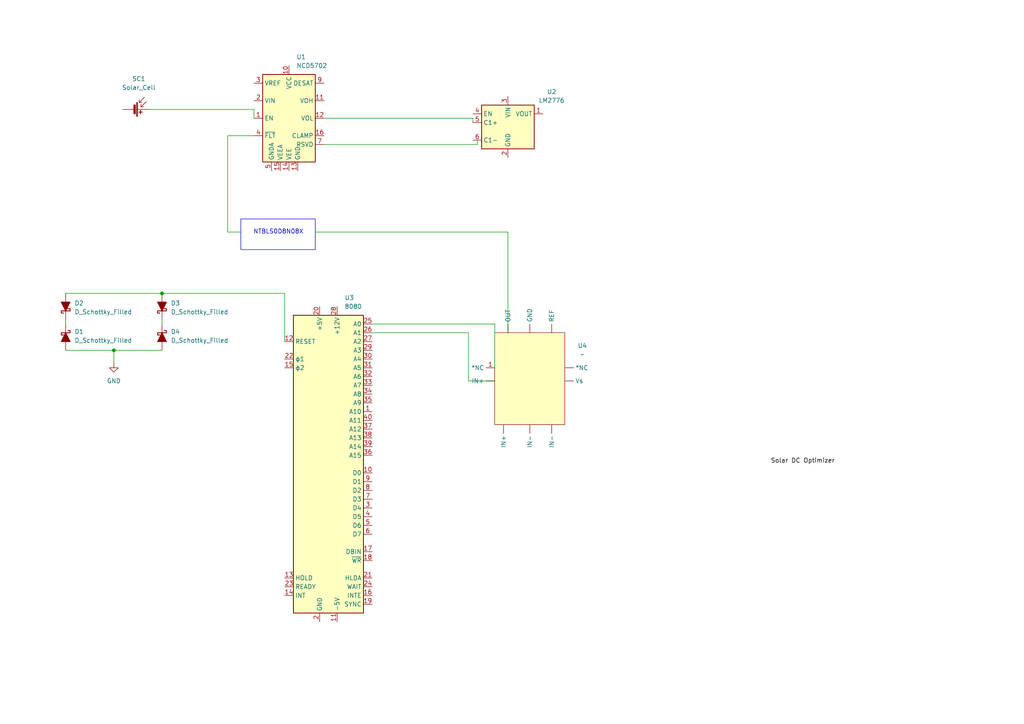
<source format=kicad_sch>
(kicad_sch
	(version 20250114)
	(generator "eeschema")
	(generator_version "9.0")
	(uuid "18846370-d636-4fd7-92b9-479eee02560a")
	(paper "A4")
	(lib_symbols
		(symbol "Cobot_components:NCS211R"
			(exclude_from_sim no)
			(in_bom yes)
			(on_board yes)
			(property "Reference" "U"
				(at 0 0 0)
				(effects
					(font
						(size 1.27 1.27)
					)
				)
			)
			(property "Value" ""
				(at 0 0 0)
				(effects
					(font
						(size 1.27 1.27)
					)
				)
			)
			(property "Footprint" ""
				(at 0 0 0)
				(effects
					(font
						(size 1.27 1.27)
					)
					(hide yes)
				)
			)
			(property "Datasheet" ""
				(at 0 0 0)
				(effects
					(font
						(size 1.27 1.27)
					)
					(hide yes)
				)
			)
			(property "Description" ""
				(at 0 0 0)
				(effects
					(font
						(size 1.27 1.27)
					)
					(hide yes)
				)
			)
			(symbol "NCS211R_1_1"
				(rectangle
					(start -10.16 -11.43)
					(end 10.16 -38.1)
					(stroke
						(width 0)
						(type solid)
					)
					(fill
						(type background)
					)
				)
				(pin input line
					(at -10.16 -21.59 180)
					(length 2.54)
					(name "*NC"
						(effects
							(font
								(size 1.27 1.27)
							)
						)
					)
					(number "1"
						(effects
							(font
								(size 1.27 1.27)
							)
						)
					)
				)
				(pin input line
					(at -10.16 -25.4 180)
					(length 2.54)
					(name "IN+"
						(effects
							(font
								(size 1.27 1.27)
							)
						)
					)
					(number ""
						(effects
							(font
								(size 1.27 1.27)
							)
						)
					)
				)
				(pin input line
					(at -7.62 -38.1 270)
					(length 2.54)
					(name "IN+"
						(effects
							(font
								(size 1.27 1.27)
							)
						)
					)
					(number ""
						(effects
							(font
								(size 1.27 1.27)
							)
						)
					)
				)
				(pin input line
					(at -6.35 -11.43 90)
					(length 2.54)
					(name "OUT"
						(effects
							(font
								(size 1.27 1.27)
							)
						)
					)
					(number ""
						(effects
							(font
								(size 1.27 1.27)
							)
						)
					)
				)
				(pin input line
					(at 0 -11.43 90)
					(length 2.54)
					(name "GND"
						(effects
							(font
								(size 1.27 1.27)
							)
						)
					)
					(number ""
						(effects
							(font
								(size 1.27 1.27)
							)
						)
					)
				)
				(pin input line
					(at 0 -38.1 270)
					(length 2.54)
					(name "IN-"
						(effects
							(font
								(size 1.27 1.27)
							)
						)
					)
					(number ""
						(effects
							(font
								(size 1.27 1.27)
							)
						)
					)
				)
				(pin input line
					(at 6.35 -11.43 90)
					(length 2.54)
					(name "REF"
						(effects
							(font
								(size 1.27 1.27)
							)
						)
					)
					(number ""
						(effects
							(font
								(size 1.27 1.27)
							)
						)
					)
				)
				(pin input line
					(at 6.35 -38.1 270)
					(length 2.54)
					(name "IN-"
						(effects
							(font
								(size 1.27 1.27)
							)
						)
					)
					(number ""
						(effects
							(font
								(size 1.27 1.27)
							)
						)
					)
				)
				(pin input line
					(at 10.16 -21.59 0)
					(length 2.54)
					(name "*NC"
						(effects
							(font
								(size 1.27 1.27)
							)
						)
					)
					(number ""
						(effects
							(font
								(size 1.27 1.27)
							)
						)
					)
				)
				(pin input line
					(at 10.16 -25.4 0)
					(length 2.54)
					(name "Vs"
						(effects
							(font
								(size 1.27 1.27)
							)
						)
					)
					(number ""
						(effects
							(font
								(size 1.27 1.27)
							)
						)
					)
				)
			)
			(embedded_fonts no)
		)
		(symbol "Device:D_Schottky_Filled"
			(pin_numbers
				(hide yes)
			)
			(pin_names
				(offset 1.016)
				(hide yes)
			)
			(exclude_from_sim no)
			(in_bom yes)
			(on_board yes)
			(property "Reference" "D"
				(at 0 2.54 0)
				(effects
					(font
						(size 1.27 1.27)
					)
				)
			)
			(property "Value" "D_Schottky_Filled"
				(at 0 -2.54 0)
				(effects
					(font
						(size 1.27 1.27)
					)
				)
			)
			(property "Footprint" ""
				(at 0 0 0)
				(effects
					(font
						(size 1.27 1.27)
					)
					(hide yes)
				)
			)
			(property "Datasheet" "~"
				(at 0 0 0)
				(effects
					(font
						(size 1.27 1.27)
					)
					(hide yes)
				)
			)
			(property "Description" "Schottky diode, filled shape"
				(at 0 0 0)
				(effects
					(font
						(size 1.27 1.27)
					)
					(hide yes)
				)
			)
			(property "ki_keywords" "diode Schottky"
				(at 0 0 0)
				(effects
					(font
						(size 1.27 1.27)
					)
					(hide yes)
				)
			)
			(property "ki_fp_filters" "TO-???* *_Diode_* *SingleDiode* D_*"
				(at 0 0 0)
				(effects
					(font
						(size 1.27 1.27)
					)
					(hide yes)
				)
			)
			(symbol "D_Schottky_Filled_0_1"
				(polyline
					(pts
						(xy -1.905 0.635) (xy -1.905 1.27) (xy -1.27 1.27) (xy -1.27 -1.27) (xy -0.635 -1.27) (xy -0.635 -0.635)
					)
					(stroke
						(width 0.254)
						(type default)
					)
					(fill
						(type none)
					)
				)
				(polyline
					(pts
						(xy 1.27 1.27) (xy 1.27 -1.27) (xy -1.27 0) (xy 1.27 1.27)
					)
					(stroke
						(width 0.254)
						(type default)
					)
					(fill
						(type outline)
					)
				)
				(polyline
					(pts
						(xy 1.27 0) (xy -1.27 0)
					)
					(stroke
						(width 0)
						(type default)
					)
					(fill
						(type none)
					)
				)
			)
			(symbol "D_Schottky_Filled_1_1"
				(pin passive line
					(at -3.81 0 0)
					(length 2.54)
					(name "K"
						(effects
							(font
								(size 1.27 1.27)
							)
						)
					)
					(number "1"
						(effects
							(font
								(size 1.27 1.27)
							)
						)
					)
				)
				(pin passive line
					(at 3.81 0 180)
					(length 2.54)
					(name "A"
						(effects
							(font
								(size 1.27 1.27)
							)
						)
					)
					(number "2"
						(effects
							(font
								(size 1.27 1.27)
							)
						)
					)
				)
			)
			(embedded_fonts no)
		)
		(symbol "Device:Solar_Cell"
			(pin_numbers
				(hide yes)
			)
			(pin_names
				(offset 0)
				(hide yes)
			)
			(exclude_from_sim no)
			(in_bom yes)
			(on_board yes)
			(property "Reference" "SC"
				(at 2.54 2.54 0)
				(effects
					(font
						(size 1.27 1.27)
					)
					(justify left)
				)
			)
			(property "Value" "Solar_Cell"
				(at 2.54 0 0)
				(effects
					(font
						(size 1.27 1.27)
					)
					(justify left)
				)
			)
			(property "Footprint" ""
				(at 0 1.524 90)
				(effects
					(font
						(size 1.27 1.27)
					)
					(hide yes)
				)
			)
			(property "Datasheet" "~"
				(at 0 1.524 90)
				(effects
					(font
						(size 1.27 1.27)
					)
					(hide yes)
				)
			)
			(property "Description" "Single solar cell"
				(at 0 0 0)
				(effects
					(font
						(size 1.27 1.27)
					)
					(hide yes)
				)
			)
			(property "ki_keywords" "solar cell"
				(at 0 0 0)
				(effects
					(font
						(size 1.27 1.27)
					)
					(hide yes)
				)
			)
			(symbol "Solar_Cell_0_1"
				(polyline
					(pts
						(xy -2.032 3.048) (xy -2.032 2.286) (xy -2.794 2.286)
					)
					(stroke
						(width 0)
						(type default)
					)
					(fill
						(type none)
					)
				)
				(polyline
					(pts
						(xy -2.032 2.286) (xy -3.556 3.81)
					)
					(stroke
						(width 0)
						(type default)
					)
					(fill
						(type none)
					)
				)
				(rectangle
					(start -2.032 1.778)
					(end 2.032 1.524)
					(stroke
						(width 0)
						(type default)
					)
					(fill
						(type outline)
					)
				)
				(rectangle
					(start -1.3208 1.1938)
					(end 1.27 0.6858)
					(stroke
						(width 0)
						(type default)
					)
					(fill
						(type outline)
					)
				)
				(polyline
					(pts
						(xy -0.762 3.556) (xy -0.762 2.794) (xy -1.524 2.794)
					)
					(stroke
						(width 0)
						(type default)
					)
					(fill
						(type none)
					)
				)
				(polyline
					(pts
						(xy -0.762 2.794) (xy -2.286 4.318)
					)
					(stroke
						(width 0)
						(type default)
					)
					(fill
						(type none)
					)
				)
				(polyline
					(pts
						(xy 0 1.778) (xy 0 2.54)
					)
					(stroke
						(width 0)
						(type default)
					)
					(fill
						(type none)
					)
				)
				(polyline
					(pts
						(xy 0 0.762) (xy 0 0)
					)
					(stroke
						(width 0)
						(type default)
					)
					(fill
						(type none)
					)
				)
				(polyline
					(pts
						(xy 0.254 2.667) (xy 1.27 2.667)
					)
					(stroke
						(width 0.254)
						(type default)
					)
					(fill
						(type none)
					)
				)
				(polyline
					(pts
						(xy 0.762 3.175) (xy 0.762 2.159)
					)
					(stroke
						(width 0.254)
						(type default)
					)
					(fill
						(type none)
					)
				)
			)
			(symbol "Solar_Cell_1_1"
				(pin passive line
					(at 0 5.08 270)
					(length 2.54)
					(name "+"
						(effects
							(font
								(size 1.27 1.27)
							)
						)
					)
					(number "1"
						(effects
							(font
								(size 1.27 1.27)
							)
						)
					)
				)
				(pin passive line
					(at 0 -2.54 90)
					(length 2.54)
					(name "-"
						(effects
							(font
								(size 1.27 1.27)
							)
						)
					)
					(number "2"
						(effects
							(font
								(size 1.27 1.27)
							)
						)
					)
				)
			)
			(embedded_fonts no)
		)
		(symbol "Driver_FET:NCD5702"
			(exclude_from_sim no)
			(in_bom yes)
			(on_board yes)
			(property "Reference" "U"
				(at -5.08 13.97 0)
				(effects
					(font
						(size 1.27 1.27)
					)
					(justify right)
				)
			)
			(property "Value" "NCD5702"
				(at 1.27 13.97 0)
				(effects
					(font
						(size 1.27 1.27)
					)
					(justify left)
				)
			)
			(property "Footprint" "Package_SO:SOIC-16_3.9x9.9mm_P1.27mm"
				(at 0 0 0)
				(effects
					(font
						(size 1.27 1.27)
					)
					(hide yes)
				)
			)
			(property "Datasheet" "https://www.onsemi.com/pub/Collateral/NCD5702-D.PDF"
				(at 0 2.54 0)
				(effects
					(font
						(size 1.27 1.27)
					)
					(hide yes)
				)
			)
			(property "Description" "High Current IGBT Gate, +4/-6A, SOIC-16"
				(at 0 0 0)
				(effects
					(font
						(size 1.27 1.27)
					)
					(hide yes)
				)
			)
			(property "ki_keywords" "igbt gate driver"
				(at 0 0 0)
				(effects
					(font
						(size 1.27 1.27)
					)
					(hide yes)
				)
			)
			(property "ki_fp_filters" "SOIC*3.9x9.9*P1.27mm*"
				(at 0 0 0)
				(effects
					(font
						(size 1.27 1.27)
					)
					(hide yes)
				)
			)
			(symbol "NCD5702_0_1"
				(rectangle
					(start -7.62 12.7)
					(end 7.62 -12.7)
					(stroke
						(width 0.254)
						(type default)
					)
					(fill
						(type background)
					)
				)
			)
			(symbol "NCD5702_1_1"
				(pin power_out line
					(at -10.16 10.16 0)
					(length 2.54)
					(name "VREF"
						(effects
							(font
								(size 1.27 1.27)
							)
						)
					)
					(number "3"
						(effects
							(font
								(size 1.27 1.27)
							)
						)
					)
				)
				(pin input line
					(at -10.16 5.08 0)
					(length 2.54)
					(name "VIN"
						(effects
							(font
								(size 1.27 1.27)
							)
						)
					)
					(number "2"
						(effects
							(font
								(size 1.27 1.27)
							)
						)
					)
				)
				(pin input line
					(at -10.16 0 0)
					(length 2.54)
					(name "EN"
						(effects
							(font
								(size 1.27 1.27)
							)
						)
					)
					(number "1"
						(effects
							(font
								(size 1.27 1.27)
							)
						)
					)
				)
				(pin open_collector line
					(at -10.16 -5.08 0)
					(length 2.54)
					(name "~{FLT}"
						(effects
							(font
								(size 1.27 1.27)
							)
						)
					)
					(number "4"
						(effects
							(font
								(size 1.27 1.27)
							)
						)
					)
				)
				(pin no_connect line
					(at -7.62 7.62 0)
					(length 2.54)
					(hide yes)
					(name "NC"
						(effects
							(font
								(size 1.27 1.27)
							)
						)
					)
					(number "6"
						(effects
							(font
								(size 1.27 1.27)
							)
						)
					)
				)
				(pin no_connect line
					(at -7.62 2.54 0)
					(length 2.54)
					(hide yes)
					(name "NC"
						(effects
							(font
								(size 1.27 1.27)
							)
						)
					)
					(number "8"
						(effects
							(font
								(size 1.27 1.27)
							)
						)
					)
				)
				(pin power_in line
					(at -5.08 -15.24 90)
					(length 2.54)
					(name "GNDA"
						(effects
							(font
								(size 1.27 1.27)
							)
						)
					)
					(number "5"
						(effects
							(font
								(size 1.27 1.27)
							)
						)
					)
				)
				(pin power_in line
					(at -2.54 -15.24 90)
					(length 2.54)
					(name "VEEA"
						(effects
							(font
								(size 1.27 1.27)
							)
						)
					)
					(number "15"
						(effects
							(font
								(size 1.27 1.27)
							)
						)
					)
				)
				(pin power_in line
					(at 0 15.24 270)
					(length 2.54)
					(name "VCC"
						(effects
							(font
								(size 1.27 1.27)
							)
						)
					)
					(number "10"
						(effects
							(font
								(size 1.27 1.27)
							)
						)
					)
				)
				(pin power_in line
					(at 0 -15.24 90)
					(length 2.54)
					(name "VEE"
						(effects
							(font
								(size 1.27 1.27)
							)
						)
					)
					(number "14"
						(effects
							(font
								(size 1.27 1.27)
							)
						)
					)
				)
				(pin power_in line
					(at 2.54 -15.24 90)
					(length 2.54)
					(name "GND"
						(effects
							(font
								(size 1.27 1.27)
							)
						)
					)
					(number "13"
						(effects
							(font
								(size 1.27 1.27)
							)
						)
					)
				)
				(pin input line
					(at 10.16 10.16 180)
					(length 2.54)
					(name "DESAT"
						(effects
							(font
								(size 1.27 1.27)
							)
						)
					)
					(number "9"
						(effects
							(font
								(size 1.27 1.27)
							)
						)
					)
				)
				(pin open_emitter line
					(at 10.16 5.08 180)
					(length 2.54)
					(name "VOH"
						(effects
							(font
								(size 1.27 1.27)
							)
						)
					)
					(number "11"
						(effects
							(font
								(size 1.27 1.27)
							)
						)
					)
				)
				(pin open_collector line
					(at 10.16 0 180)
					(length 2.54)
					(name "VOL"
						(effects
							(font
								(size 1.27 1.27)
							)
						)
					)
					(number "12"
						(effects
							(font
								(size 1.27 1.27)
							)
						)
					)
				)
				(pin open_collector line
					(at 10.16 -5.08 180)
					(length 2.54)
					(name "CLAMP"
						(effects
							(font
								(size 1.27 1.27)
							)
						)
					)
					(number "16"
						(effects
							(font
								(size 1.27 1.27)
							)
						)
					)
				)
				(pin passive line
					(at 10.16 -7.62 180)
					(length 2.54)
					(name "RSVD"
						(effects
							(font
								(size 1.27 1.27)
							)
						)
					)
					(number "7"
						(effects
							(font
								(size 1.27 1.27)
							)
						)
					)
				)
			)
			(embedded_fonts no)
		)
		(symbol "MCU_Intel:8080"
			(exclude_from_sim no)
			(in_bom yes)
			(on_board yes)
			(property "Reference" "U"
				(at -7.62 44.45 0)
				(effects
					(font
						(size 1.27 1.27)
					)
				)
			)
			(property "Value" "8080"
				(at 7.62 44.45 0)
				(effects
					(font
						(size 1.27 1.27)
					)
				)
			)
			(property "Footprint" "Package_DIP:DIP-40_W15.24mm"
				(at 0 15.24 0)
				(effects
					(font
						(size 1.27 1.27)
					)
					(hide yes)
				)
			)
			(property "Datasheet" "http://datasheets.chipdb.org/Intel/MCS-80/intel-8080.pdf"
				(at 0 15.24 0)
				(effects
					(font
						(size 1.27 1.27)
					)
					(hide yes)
				)
			)
			(property "Description" "8-bit N-channel Microprocessor, DIP-40"
				(at 0 0 0)
				(effects
					(font
						(size 1.27 1.27)
					)
					(hide yes)
				)
			)
			(property "ki_keywords" "cpu mpu microprocessor"
				(at 0 0 0)
				(effects
					(font
						(size 1.27 1.27)
					)
					(hide yes)
				)
			)
			(property "ki_fp_filters" "DIP*W15.24*"
				(at 0 0 0)
				(effects
					(font
						(size 1.27 1.27)
					)
					(hide yes)
				)
			)
			(symbol "8080_0_1"
				(rectangle
					(start -10.16 43.18)
					(end 10.16 -43.18)
					(stroke
						(width 0.254)
						(type default)
					)
					(fill
						(type background)
					)
				)
			)
			(symbol "8080_1_1"
				(pin input line
					(at -12.7 35.56 0)
					(length 2.54)
					(name "RESET"
						(effects
							(font
								(size 1.27 1.27)
							)
						)
					)
					(number "12"
						(effects
							(font
								(size 1.27 1.27)
							)
						)
					)
				)
				(pin input line
					(at -12.7 30.48 0)
					(length 2.54)
					(name "ϕ1"
						(effects
							(font
								(size 1.27 1.27)
							)
						)
					)
					(number "22"
						(effects
							(font
								(size 1.27 1.27)
							)
						)
					)
				)
				(pin input line
					(at -12.7 27.94 0)
					(length 2.54)
					(name "ϕ2"
						(effects
							(font
								(size 1.27 1.27)
							)
						)
					)
					(number "15"
						(effects
							(font
								(size 1.27 1.27)
							)
						)
					)
				)
				(pin input line
					(at -12.7 -33.02 0)
					(length 2.54)
					(name "HOLD"
						(effects
							(font
								(size 1.27 1.27)
							)
						)
					)
					(number "13"
						(effects
							(font
								(size 1.27 1.27)
							)
						)
					)
				)
				(pin input line
					(at -12.7 -35.56 0)
					(length 2.54)
					(name "READY"
						(effects
							(font
								(size 1.27 1.27)
							)
						)
					)
					(number "23"
						(effects
							(font
								(size 1.27 1.27)
							)
						)
					)
				)
				(pin input line
					(at -12.7 -38.1 0)
					(length 2.54)
					(name "INT"
						(effects
							(font
								(size 1.27 1.27)
							)
						)
					)
					(number "14"
						(effects
							(font
								(size 1.27 1.27)
							)
						)
					)
				)
				(pin power_in line
					(at -2.54 45.72 270)
					(length 2.54)
					(name "+5V"
						(effects
							(font
								(size 1.27 1.27)
							)
						)
					)
					(number "20"
						(effects
							(font
								(size 1.27 1.27)
							)
						)
					)
				)
				(pin power_in line
					(at -2.54 -45.72 90)
					(length 2.54)
					(name "GND"
						(effects
							(font
								(size 1.27 1.27)
							)
						)
					)
					(number "2"
						(effects
							(font
								(size 1.27 1.27)
							)
						)
					)
				)
				(pin power_in line
					(at 2.54 45.72 270)
					(length 2.54)
					(name "+12V"
						(effects
							(font
								(size 1.27 1.27)
							)
						)
					)
					(number "28"
						(effects
							(font
								(size 1.27 1.27)
							)
						)
					)
				)
				(pin power_in line
					(at 2.54 -45.72 90)
					(length 2.54)
					(name "-5V"
						(effects
							(font
								(size 1.27 1.27)
							)
						)
					)
					(number "11"
						(effects
							(font
								(size 1.27 1.27)
							)
						)
					)
				)
				(pin output line
					(at 12.7 40.64 180)
					(length 2.54)
					(name "A0"
						(effects
							(font
								(size 1.27 1.27)
							)
						)
					)
					(number "25"
						(effects
							(font
								(size 1.27 1.27)
							)
						)
					)
				)
				(pin output line
					(at 12.7 38.1 180)
					(length 2.54)
					(name "A1"
						(effects
							(font
								(size 1.27 1.27)
							)
						)
					)
					(number "26"
						(effects
							(font
								(size 1.27 1.27)
							)
						)
					)
				)
				(pin output line
					(at 12.7 35.56 180)
					(length 2.54)
					(name "A2"
						(effects
							(font
								(size 1.27 1.27)
							)
						)
					)
					(number "27"
						(effects
							(font
								(size 1.27 1.27)
							)
						)
					)
				)
				(pin output line
					(at 12.7 33.02 180)
					(length 2.54)
					(name "A3"
						(effects
							(font
								(size 1.27 1.27)
							)
						)
					)
					(number "29"
						(effects
							(font
								(size 1.27 1.27)
							)
						)
					)
				)
				(pin output line
					(at 12.7 30.48 180)
					(length 2.54)
					(name "A4"
						(effects
							(font
								(size 1.27 1.27)
							)
						)
					)
					(number "30"
						(effects
							(font
								(size 1.27 1.27)
							)
						)
					)
				)
				(pin output line
					(at 12.7 27.94 180)
					(length 2.54)
					(name "A5"
						(effects
							(font
								(size 1.27 1.27)
							)
						)
					)
					(number "31"
						(effects
							(font
								(size 1.27 1.27)
							)
						)
					)
				)
				(pin output line
					(at 12.7 25.4 180)
					(length 2.54)
					(name "A6"
						(effects
							(font
								(size 1.27 1.27)
							)
						)
					)
					(number "32"
						(effects
							(font
								(size 1.27 1.27)
							)
						)
					)
				)
				(pin output line
					(at 12.7 22.86 180)
					(length 2.54)
					(name "A7"
						(effects
							(font
								(size 1.27 1.27)
							)
						)
					)
					(number "33"
						(effects
							(font
								(size 1.27 1.27)
							)
						)
					)
				)
				(pin output line
					(at 12.7 20.32 180)
					(length 2.54)
					(name "A8"
						(effects
							(font
								(size 1.27 1.27)
							)
						)
					)
					(number "34"
						(effects
							(font
								(size 1.27 1.27)
							)
						)
					)
				)
				(pin output line
					(at 12.7 17.78 180)
					(length 2.54)
					(name "A9"
						(effects
							(font
								(size 1.27 1.27)
							)
						)
					)
					(number "35"
						(effects
							(font
								(size 1.27 1.27)
							)
						)
					)
				)
				(pin output line
					(at 12.7 15.24 180)
					(length 2.54)
					(name "A10"
						(effects
							(font
								(size 1.27 1.27)
							)
						)
					)
					(number "1"
						(effects
							(font
								(size 1.27 1.27)
							)
						)
					)
				)
				(pin output line
					(at 12.7 12.7 180)
					(length 2.54)
					(name "A11"
						(effects
							(font
								(size 1.27 1.27)
							)
						)
					)
					(number "40"
						(effects
							(font
								(size 1.27 1.27)
							)
						)
					)
				)
				(pin output line
					(at 12.7 10.16 180)
					(length 2.54)
					(name "A12"
						(effects
							(font
								(size 1.27 1.27)
							)
						)
					)
					(number "37"
						(effects
							(font
								(size 1.27 1.27)
							)
						)
					)
				)
				(pin output line
					(at 12.7 7.62 180)
					(length 2.54)
					(name "A13"
						(effects
							(font
								(size 1.27 1.27)
							)
						)
					)
					(number "38"
						(effects
							(font
								(size 1.27 1.27)
							)
						)
					)
				)
				(pin output line
					(at 12.7 5.08 180)
					(length 2.54)
					(name "A14"
						(effects
							(font
								(size 1.27 1.27)
							)
						)
					)
					(number "39"
						(effects
							(font
								(size 1.27 1.27)
							)
						)
					)
				)
				(pin output line
					(at 12.7 2.54 180)
					(length 2.54)
					(name "A15"
						(effects
							(font
								(size 1.27 1.27)
							)
						)
					)
					(number "36"
						(effects
							(font
								(size 1.27 1.27)
							)
						)
					)
				)
				(pin bidirectional line
					(at 12.7 -2.54 180)
					(length 2.54)
					(name "D0"
						(effects
							(font
								(size 1.27 1.27)
							)
						)
					)
					(number "10"
						(effects
							(font
								(size 1.27 1.27)
							)
						)
					)
				)
				(pin bidirectional line
					(at 12.7 -5.08 180)
					(length 2.54)
					(name "D1"
						(effects
							(font
								(size 1.27 1.27)
							)
						)
					)
					(number "9"
						(effects
							(font
								(size 1.27 1.27)
							)
						)
					)
				)
				(pin bidirectional line
					(at 12.7 -7.62 180)
					(length 2.54)
					(name "D2"
						(effects
							(font
								(size 1.27 1.27)
							)
						)
					)
					(number "8"
						(effects
							(font
								(size 1.27 1.27)
							)
						)
					)
				)
				(pin bidirectional line
					(at 12.7 -10.16 180)
					(length 2.54)
					(name "D3"
						(effects
							(font
								(size 1.27 1.27)
							)
						)
					)
					(number "7"
						(effects
							(font
								(size 1.27 1.27)
							)
						)
					)
				)
				(pin bidirectional line
					(at 12.7 -12.7 180)
					(length 2.54)
					(name "D4"
						(effects
							(font
								(size 1.27 1.27)
							)
						)
					)
					(number "3"
						(effects
							(font
								(size 1.27 1.27)
							)
						)
					)
				)
				(pin bidirectional line
					(at 12.7 -15.24 180)
					(length 2.54)
					(name "D5"
						(effects
							(font
								(size 1.27 1.27)
							)
						)
					)
					(number "4"
						(effects
							(font
								(size 1.27 1.27)
							)
						)
					)
				)
				(pin bidirectional line
					(at 12.7 -17.78 180)
					(length 2.54)
					(name "D6"
						(effects
							(font
								(size 1.27 1.27)
							)
						)
					)
					(number "5"
						(effects
							(font
								(size 1.27 1.27)
							)
						)
					)
				)
				(pin bidirectional line
					(at 12.7 -20.32 180)
					(length 2.54)
					(name "D7"
						(effects
							(font
								(size 1.27 1.27)
							)
						)
					)
					(number "6"
						(effects
							(font
								(size 1.27 1.27)
							)
						)
					)
				)
				(pin output line
					(at 12.7 -25.4 180)
					(length 2.54)
					(name "DBIN"
						(effects
							(font
								(size 1.27 1.27)
							)
						)
					)
					(number "17"
						(effects
							(font
								(size 1.27 1.27)
							)
						)
					)
				)
				(pin output line
					(at 12.7 -27.94 180)
					(length 2.54)
					(name "~{WR}"
						(effects
							(font
								(size 1.27 1.27)
							)
						)
					)
					(number "18"
						(effects
							(font
								(size 1.27 1.27)
							)
						)
					)
				)
				(pin output line
					(at 12.7 -33.02 180)
					(length 2.54)
					(name "HLDA"
						(effects
							(font
								(size 1.27 1.27)
							)
						)
					)
					(number "21"
						(effects
							(font
								(size 1.27 1.27)
							)
						)
					)
				)
				(pin output line
					(at 12.7 -35.56 180)
					(length 2.54)
					(name "WAIT"
						(effects
							(font
								(size 1.27 1.27)
							)
						)
					)
					(number "24"
						(effects
							(font
								(size 1.27 1.27)
							)
						)
					)
				)
				(pin output line
					(at 12.7 -38.1 180)
					(length 2.54)
					(name "INTE"
						(effects
							(font
								(size 1.27 1.27)
							)
						)
					)
					(number "16"
						(effects
							(font
								(size 1.27 1.27)
							)
						)
					)
				)
				(pin output line
					(at 12.7 -40.64 180)
					(length 2.54)
					(name "SYNC"
						(effects
							(font
								(size 1.27 1.27)
							)
						)
					)
					(number "19"
						(effects
							(font
								(size 1.27 1.27)
							)
						)
					)
				)
			)
			(embedded_fonts no)
		)
		(symbol "NCS211R_1"
			(exclude_from_sim no)
			(in_bom yes)
			(on_board yes)
			(property "Reference" "U"
				(at 0 0 0)
				(effects
					(font
						(size 1.27 1.27)
					)
				)
			)
			(property "Value" ""
				(at 0 0 0)
				(effects
					(font
						(size 1.27 1.27)
					)
				)
			)
			(property "Footprint" ""
				(at 0 0 0)
				(effects
					(font
						(size 1.27 1.27)
					)
					(hide yes)
				)
			)
			(property "Datasheet" ""
				(at 0 0 0)
				(effects
					(font
						(size 1.27 1.27)
					)
					(hide yes)
				)
			)
			(property "Description" ""
				(at 0 0 0)
				(effects
					(font
						(size 1.27 1.27)
					)
					(hide yes)
				)
			)
			(symbol "NCS211R_1_1_1"
				(rectangle
					(start -10.16 -11.43)
					(end 10.16 -38.1)
					(stroke
						(width 0)
						(type solid)
					)
					(fill
						(type background)
					)
				)
				(pin input line
					(at -10.16 -21.59 180)
					(length 2.54)
					(name "*NC"
						(effects
							(font
								(size 1.27 1.27)
							)
						)
					)
					(number "1"
						(effects
							(font
								(size 1.27 1.27)
							)
						)
					)
				)
				(pin input line
					(at -10.16 -25.4 180)
					(length 2.54)
					(name "IN+"
						(effects
							(font
								(size 1.27 1.27)
							)
						)
					)
					(number ""
						(effects
							(font
								(size 1.27 1.27)
							)
						)
					)
				)
				(pin input line
					(at -7.62 -38.1 270)
					(length 2.54)
					(name "IN+"
						(effects
							(font
								(size 1.27 1.27)
							)
						)
					)
					(number ""
						(effects
							(font
								(size 1.27 1.27)
							)
						)
					)
				)
				(pin input line
					(at -6.35 -11.43 90)
					(length 2.54)
					(name "OUT"
						(effects
							(font
								(size 1.27 1.27)
							)
						)
					)
					(number ""
						(effects
							(font
								(size 1.27 1.27)
							)
						)
					)
				)
				(pin input line
					(at 0 -11.43 90)
					(length 2.54)
					(name "GND"
						(effects
							(font
								(size 1.27 1.27)
							)
						)
					)
					(number ""
						(effects
							(font
								(size 1.27 1.27)
							)
						)
					)
				)
				(pin input line
					(at 0 -38.1 270)
					(length 2.54)
					(name "IN-"
						(effects
							(font
								(size 1.27 1.27)
							)
						)
					)
					(number ""
						(effects
							(font
								(size 1.27 1.27)
							)
						)
					)
				)
				(pin input line
					(at 6.35 -11.43 90)
					(length 2.54)
					(name "REF"
						(effects
							(font
								(size 1.27 1.27)
							)
						)
					)
					(number ""
						(effects
							(font
								(size 1.27 1.27)
							)
						)
					)
				)
				(pin input line
					(at 6.35 -38.1 270)
					(length 2.54)
					(name "IN-"
						(effects
							(font
								(size 1.27 1.27)
							)
						)
					)
					(number ""
						(effects
							(font
								(size 1.27 1.27)
							)
						)
					)
				)
				(pin input line
					(at 10.16 -21.59 0)
					(length 2.54)
					(name "*NC"
						(effects
							(font
								(size 1.27 1.27)
							)
						)
					)
					(number ""
						(effects
							(font
								(size 1.27 1.27)
							)
						)
					)
				)
				(pin input line
					(at 10.16 -25.4 0)
					(length 2.54)
					(name "Vs"
						(effects
							(font
								(size 1.27 1.27)
							)
						)
					)
					(number ""
						(effects
							(font
								(size 1.27 1.27)
							)
						)
					)
				)
			)
			(embedded_fonts no)
		)
		(symbol "Regulator_SwitchedCapacitor:LM2776"
			(exclude_from_sim no)
			(in_bom yes)
			(on_board yes)
			(property "Reference" "U"
				(at -6.35 6.35 0)
				(effects
					(font
						(size 1.27 1.27)
					)
				)
			)
			(property "Value" "LM2776"
				(at 1.27 6.35 0)
				(effects
					(font
						(size 1.27 1.27)
					)
					(justify left)
				)
			)
			(property "Footprint" "Package_TO_SOT_SMD:SOT-23-6"
				(at 1.27 -8.89 0)
				(effects
					(font
						(size 1.27 1.27)
					)
					(justify left)
					(hide yes)
				)
			)
			(property "Datasheet" "http://www.ti.com/lit/ds/symlink/lm2776.pdf"
				(at -46.99 31.75 0)
				(effects
					(font
						(size 1.27 1.27)
					)
					(hide yes)
				)
			)
			(property "Description" "Switched capacitor inverter, inverts positive voltage +2.7 to +5.5V to negative, 200mA, SOT-23-6"
				(at 0 0 0)
				(effects
					(font
						(size 1.27 1.27)
					)
					(hide yes)
				)
			)
			(property "ki_keywords" "Switched capacitor inverter"
				(at 0 0 0)
				(effects
					(font
						(size 1.27 1.27)
					)
					(hide yes)
				)
			)
			(property "ki_fp_filters" "SOT?23*"
				(at 0 0 0)
				(effects
					(font
						(size 1.27 1.27)
					)
					(hide yes)
				)
			)
			(symbol "LM2776_0_1"
				(rectangle
					(start -7.62 5.08)
					(end 7.62 -7.62)
					(stroke
						(width 0.254)
						(type default)
					)
					(fill
						(type background)
					)
				)
			)
			(symbol "LM2776_1_1"
				(pin input line
					(at -10.16 2.54 0)
					(length 2.54)
					(name "EN"
						(effects
							(font
								(size 1.27 1.27)
							)
						)
					)
					(number "4"
						(effects
							(font
								(size 1.27 1.27)
							)
						)
					)
				)
				(pin passive line
					(at -10.16 0 0)
					(length 2.54)
					(name "C1+"
						(effects
							(font
								(size 1.27 1.27)
							)
						)
					)
					(number "5"
						(effects
							(font
								(size 1.27 1.27)
							)
						)
					)
				)
				(pin passive line
					(at -10.16 -5.08 0)
					(length 2.54)
					(name "C1-"
						(effects
							(font
								(size 1.27 1.27)
							)
						)
					)
					(number "6"
						(effects
							(font
								(size 1.27 1.27)
							)
						)
					)
				)
				(pin power_in line
					(at 0 7.62 270)
					(length 2.54)
					(name "VIN"
						(effects
							(font
								(size 1.27 1.27)
							)
						)
					)
					(number "3"
						(effects
							(font
								(size 1.27 1.27)
							)
						)
					)
				)
				(pin power_in line
					(at 0 -10.16 90)
					(length 2.54)
					(name "GND"
						(effects
							(font
								(size 1.27 1.27)
							)
						)
					)
					(number "2"
						(effects
							(font
								(size 1.27 1.27)
							)
						)
					)
				)
				(pin power_out line
					(at 10.16 2.54 180)
					(length 2.54)
					(name "VOUT"
						(effects
							(font
								(size 1.27 1.27)
							)
						)
					)
					(number "1"
						(effects
							(font
								(size 1.27 1.27)
							)
						)
					)
				)
			)
			(embedded_fonts no)
		)
		(symbol "power:GND"
			(power)
			(pin_numbers
				(hide yes)
			)
			(pin_names
				(offset 0)
				(hide yes)
			)
			(exclude_from_sim no)
			(in_bom yes)
			(on_board yes)
			(property "Reference" "#PWR"
				(at 0 -6.35 0)
				(effects
					(font
						(size 1.27 1.27)
					)
					(hide yes)
				)
			)
			(property "Value" "GND"
				(at 0 -3.81 0)
				(effects
					(font
						(size 1.27 1.27)
					)
				)
			)
			(property "Footprint" ""
				(at 0 0 0)
				(effects
					(font
						(size 1.27 1.27)
					)
					(hide yes)
				)
			)
			(property "Datasheet" ""
				(at 0 0 0)
				(effects
					(font
						(size 1.27 1.27)
					)
					(hide yes)
				)
			)
			(property "Description" "Power symbol creates a global label with name \"GND\" , ground"
				(at 0 0 0)
				(effects
					(font
						(size 1.27 1.27)
					)
					(hide yes)
				)
			)
			(property "ki_keywords" "global power"
				(at 0 0 0)
				(effects
					(font
						(size 1.27 1.27)
					)
					(hide yes)
				)
			)
			(symbol "GND_0_1"
				(polyline
					(pts
						(xy 0 0) (xy 0 -1.27) (xy 1.27 -1.27) (xy 0 -2.54) (xy -1.27 -1.27) (xy 0 -1.27)
					)
					(stroke
						(width 0)
						(type default)
					)
					(fill
						(type none)
					)
				)
			)
			(symbol "GND_1_1"
				(pin power_in line
					(at 0 0 270)
					(length 0)
					(name "~"
						(effects
							(font
								(size 1.27 1.27)
							)
						)
					)
					(number "1"
						(effects
							(font
								(size 1.27 1.27)
							)
						)
					)
				)
			)
			(embedded_fonts no)
		)
	)
	(rectangle
		(start 69.85 63.5)
		(end 91.44 72.39)
		(stroke
			(width 0)
			(type default)
		)
		(fill
			(type none)
		)
		(uuid 040056a5-71eb-45b0-9de6-5beef7900b3c)
	)
	(rectangle
		(start 104.14 265.43)
		(end 125.73 274.32)
		(stroke
			(width 0)
			(type default)
		)
		(fill
			(type none)
		)
		(uuid 87a679e6-f047-4f1b-86c1-e62943023915)
	)
	(text "NTBLS0D8N08X\n"
		(exclude_from_sim no)
		(at 80.772 67.31 0)
		(effects
			(font
				(size 1.27 1.27)
			)
		)
		(uuid "92cc73bc-a88c-4d95-bd62-fd22533931f6")
	)
	(text "NTBLS0D8N08X\n"
		(exclude_from_sim no)
		(at 115.062 269.24 0)
		(effects
			(font
				(size 1.27 1.27)
			)
		)
		(uuid "b5e8ee2a-f0e8-4cb6-be98-4792debe49c2")
	)
	(junction
		(at 67.31 303.53)
		(diameter 0)
		(color 0 0 0 0)
		(uuid "22b824cb-06d0-4e3c-b80c-7e941a448f64")
	)
	(junction
		(at 33.02 101.6)
		(diameter 0)
		(color 0 0 0 0)
		(uuid "3eb7f61b-6f7e-45e1-bd96-37b1036272c7")
	)
	(junction
		(at 81.28 287.02)
		(diameter 0)
		(color 0 0 0 0)
		(uuid "78557150-9402-406c-8996-8bd3abe526bc")
	)
	(junction
		(at 46.99 85.09)
		(diameter 0)
		(color 0 0 0 0)
		(uuid "a91d5c2e-e398-466b-af3b-9261c2205843")
	)
	(wire
		(pts
			(xy 107.95 233.68) (xy 107.95 236.22)
		)
		(stroke
			(width 0)
			(type default)
		)
		(uuid "0b257774-fc86-4e6f-a734-a5236756dc5c")
	)
	(wire
		(pts
			(xy 53.34 303.53) (xy 67.31 303.53)
		)
		(stroke
			(width 0)
			(type default)
		)
		(uuid "17f9c7e2-3e83-43ec-96c8-026dfb558106")
	)
	(wire
		(pts
			(xy 116.84 287.02) (xy 116.84 300.99)
		)
		(stroke
			(width 0)
			(type default)
		)
		(uuid "18a8de9f-f0a9-4214-80df-e2e058dacded")
	)
	(wire
		(pts
			(xy 43.18 31.75) (xy 73.66 31.75)
		)
		(stroke
			(width 0)
			(type default)
		)
		(uuid "1a8751ac-b372-41ef-9a20-59f422244fbc")
	)
	(wire
		(pts
			(xy 128.27 236.22) (xy 171.45 236.22)
		)
		(stroke
			(width 0)
			(type default)
		)
		(uuid "1b5845f3-1cf2-4208-be3d-6e0d54200973")
	)
	(wire
		(pts
			(xy 107.95 93.98) (xy 143.51 93.98)
		)
		(stroke
			(width 0)
			(type default)
		)
		(uuid "233b753f-d2ff-4aca-9f5b-9276f1d0b31c")
	)
	(wire
		(pts
			(xy 33.02 101.6) (xy 33.02 105.41)
		)
		(stroke
			(width 0)
			(type default)
		)
		(uuid "25df4776-1dec-47ac-b98d-e2c9f6b87345")
	)
	(wire
		(pts
			(xy 67.31 303.53) (xy 81.28 303.53)
		)
		(stroke
			(width 0)
			(type default)
		)
		(uuid "2e205151-2626-4917-8844-74a2ef3a7ad1")
	)
	(wire
		(pts
			(xy 19.05 85.09) (xy 46.99 85.09)
		)
		(stroke
			(width 0)
			(type default)
		)
		(uuid "34e90a5c-b4e1-4c5f-b7ed-5d2165316dfc")
	)
	(wire
		(pts
			(xy 107.95 241.3) (xy 100.33 241.3)
		)
		(stroke
			(width 0)
			(type default)
		)
		(uuid "3dc61fd5-99a1-49c7-b226-d73276192784")
	)
	(wire
		(pts
			(xy 137.16 34.29) (xy 137.16 35.56)
		)
		(stroke
			(width 0)
			(type default)
		)
		(uuid "3e5b1f05-e2e1-44f3-90ba-a258cc80a90a")
	)
	(wire
		(pts
			(xy 181.61 269.24) (xy 181.61 298.45)
		)
		(stroke
			(width 0)
			(type default)
		)
		(uuid "3fc6e30e-ea1b-4ba3-89e4-37dcc04ce86b")
	)
	(wire
		(pts
			(xy 77.47 233.68) (xy 107.95 233.68)
		)
		(stroke
			(width 0)
			(type default)
		)
		(uuid "42b5e31f-5765-4c16-8999-030a03e5dcf9")
	)
	(wire
		(pts
			(xy 93.98 34.29) (xy 137.16 34.29)
		)
		(stroke
			(width 0)
			(type default)
		)
		(uuid "446cfa9d-ba49-4a59-b7af-7fa81a30dd12")
	)
	(wire
		(pts
			(xy 19.05 101.6) (xy 33.02 101.6)
		)
		(stroke
			(width 0)
			(type default)
		)
		(uuid "48532247-47d6-4ba3-92c1-cd1972aea483")
	)
	(wire
		(pts
			(xy 19.05 92.71) (xy 19.05 93.98)
		)
		(stroke
			(width 0)
			(type default)
		)
		(uuid "4c9977d5-0291-4b2a-aa69-0f65ac83a324")
	)
	(wire
		(pts
			(xy 177.8 295.91) (xy 177.8 308.61)
		)
		(stroke
			(width 0)
			(type default)
		)
		(uuid "4d40ec4a-438e-41e2-a301-10344836826c")
	)
	(wire
		(pts
			(xy 67.31 303.53) (xy 67.31 307.34)
		)
		(stroke
			(width 0)
			(type default)
		)
		(uuid "4fa59d68-6ad6-42cc-a263-a2f716433e90")
	)
	(wire
		(pts
			(xy 147.32 67.31) (xy 147.32 96.52)
		)
		(stroke
			(width 0)
			(type default)
		)
		(uuid "5c1c8941-30ea-4bc6-b7c7-7966224bf732")
	)
	(wire
		(pts
			(xy 66.04 39.37) (xy 66.04 67.31)
		)
		(stroke
			(width 0)
			(type default)
		)
		(uuid "5e44a2c8-be3c-414d-8c3a-9d0cf8bc9cb7")
	)
	(wire
		(pts
			(xy 81.28 294.64) (xy 81.28 295.91)
		)
		(stroke
			(width 0)
			(type default)
		)
		(uuid "6121d595-19cb-46f4-b966-1e9ddddd27a8")
	)
	(wire
		(pts
			(xy 100.33 269.24) (xy 104.14 269.24)
		)
		(stroke
			(width 0)
			(type default)
		)
		(uuid "61396533-31d9-454b-96bb-5429207dd0a6")
	)
	(wire
		(pts
			(xy 66.04 67.31) (xy 69.85 67.31)
		)
		(stroke
			(width 0)
			(type default)
		)
		(uuid "61bb86da-acc7-48ed-9b0a-b8da4f944fcf")
	)
	(wire
		(pts
			(xy 171.45 236.22) (xy 171.45 237.49)
		)
		(stroke
			(width 0)
			(type default)
		)
		(uuid "6228e8a4-1eb2-416d-8a28-f6011aa06d18")
	)
	(wire
		(pts
			(xy 128.27 243.84) (xy 172.72 243.84)
		)
		(stroke
			(width 0)
			(type default)
		)
		(uuid "6247b322-6da8-463e-8f22-382c1f33f19a")
	)
	(wire
		(pts
			(xy 46.99 85.09) (xy 82.55 85.09)
		)
		(stroke
			(width 0)
			(type default)
		)
		(uuid "73dabfce-9247-4d3e-833a-c559a3d4e225")
	)
	(wire
		(pts
			(xy 107.95 96.52) (xy 135.89 96.52)
		)
		(stroke
			(width 0)
			(type default)
		)
		(uuid "77879011-4152-411c-9ae4-3d1379b571c8")
	)
	(wire
		(pts
			(xy 142.24 298.45) (xy 170.18 298.45)
		)
		(stroke
			(width 0)
			(type default)
		)
		(uuid "7a9ce31f-db86-4fb3-b39c-6e78f9851e31")
	)
	(wire
		(pts
			(xy 170.18 298.45) (xy 170.18 312.42)
		)
		(stroke
			(width 0)
			(type default)
		)
		(uuid "7fa26ef9-6661-40f5-93fa-de2dabcdc0e0")
	)
	(wire
		(pts
			(xy 143.51 93.98) (xy 143.51 106.68)
		)
		(stroke
			(width 0)
			(type default)
		)
		(uuid "985e1cae-67ae-497f-b33a-889da6078898")
	)
	(wire
		(pts
			(xy 33.02 101.6) (xy 46.99 101.6)
		)
		(stroke
			(width 0)
			(type default)
		)
		(uuid "99381946-fe59-415b-86f8-da87851b5efc")
	)
	(wire
		(pts
			(xy 53.34 287.02) (xy 81.28 287.02)
		)
		(stroke
			(width 0)
			(type default)
		)
		(uuid "9a612468-a358-4d9a-8145-d4ce7a20e0fc")
	)
	(wire
		(pts
			(xy 172.72 242.57) (xy 172.72 243.84)
		)
		(stroke
			(width 0)
			(type default)
		)
		(uuid "9acfb3ad-5d92-4291-bb91-3f09276b0e34")
	)
	(wire
		(pts
			(xy 91.44 67.31) (xy 147.32 67.31)
		)
		(stroke
			(width 0)
			(type default)
		)
		(uuid "9ed8da1a-544a-4bc9-8b8f-ebb53fea9543")
	)
	(wire
		(pts
			(xy 53.34 294.64) (xy 53.34 295.91)
		)
		(stroke
			(width 0)
			(type default)
		)
		(uuid "a05326e6-8789-490c-9416-325bc5b6c4ec")
	)
	(wire
		(pts
			(xy 135.89 110.49) (xy 143.51 110.49)
		)
		(stroke
			(width 0)
			(type default)
		)
		(uuid "a19cb25c-d07f-44e1-8f8d-0bff42107412")
	)
	(wire
		(pts
			(xy 125.73 269.24) (xy 181.61 269.24)
		)
		(stroke
			(width 0)
			(type default)
		)
		(uuid "a83260a2-5b29-4896-aded-648711763708")
	)
	(wire
		(pts
			(xy 138.43 40.64) (xy 138.43 41.91)
		)
		(stroke
			(width 0)
			(type default)
		)
		(uuid "b0463b5a-96cd-422b-bfd6-c13618b58fe1")
	)
	(wire
		(pts
			(xy 93.98 41.91) (xy 138.43 41.91)
		)
		(stroke
			(width 0)
			(type default)
		)
		(uuid "bbbcf817-c066-4f41-8814-2fb217fba752")
	)
	(wire
		(pts
			(xy 46.99 92.71) (xy 46.99 93.98)
		)
		(stroke
			(width 0)
			(type default)
		)
		(uuid "bbccd846-4e98-4f3c-b9a1-400a86a92639")
	)
	(wire
		(pts
			(xy 142.24 295.91) (xy 177.8 295.91)
		)
		(stroke
			(width 0)
			(type default)
		)
		(uuid "bbcf77c4-42c0-4725-91a2-d9a80043fadf")
	)
	(wire
		(pts
			(xy 135.89 96.52) (xy 135.89 110.49)
		)
		(stroke
			(width 0)
			(type default)
		)
		(uuid "c42685aa-c861-4da5-9ebe-8c47a2cba601")
	)
	(wire
		(pts
			(xy 100.33 241.3) (xy 100.33 269.24)
		)
		(stroke
			(width 0)
			(type default)
		)
		(uuid "c92372d8-a320-4000-a730-d11c23590418")
	)
	(wire
		(pts
			(xy 170.18 312.42) (xy 177.8 312.42)
		)
		(stroke
			(width 0)
			(type default)
		)
		(uuid "f456694d-07fc-45db-8e7a-3dbb22406389")
	)
	(wire
		(pts
			(xy 82.55 85.09) (xy 82.55 99.06)
		)
		(stroke
			(width 0)
			(type default)
		)
		(uuid "f6631e94-7f7f-43d0-9913-b2c5029bb5a0")
	)
	(wire
		(pts
			(xy 81.28 287.02) (xy 116.84 287.02)
		)
		(stroke
			(width 0)
			(type default)
		)
		(uuid "fae02735-ce0f-4d71-a1f1-a9058bc21880")
	)
	(wire
		(pts
			(xy 73.66 39.37) (xy 66.04 39.37)
		)
		(stroke
			(width 0)
			(type default)
		)
		(uuid "fc15a3c4-3141-42a8-b566-48f61469d86c")
	)
	(wire
		(pts
			(xy 73.66 31.75) (xy 73.66 34.29)
		)
		(stroke
			(width 0)
			(type default)
		)
		(uuid "ff691a87-a757-45ae-849a-3f6ab2c03bb8")
	)
	(label "Solar DC Optimizer"
		(at 223.52 134.62 0)
		(effects
			(font
				(size 1.27 1.27)
			)
			(justify left bottom)
		)
		(uuid "971299f6-0f88-436b-be0d-50de8158b394")
	)
	(label "Solar Microinverter"
		(at 236.22 303.53 0)
		(effects
			(font
				(size 1.27 1.27)
			)
			(justify left bottom)
		)
		(uuid "feafbbb0-ad3f-40da-ad9f-b16bec0256da")
	)
	(symbol
		(lib_id "Cobot_components:NCS211R")
		(at 153.67 85.09 0)
		(unit 1)
		(exclude_from_sim no)
		(in_bom yes)
		(on_board yes)
		(dnp no)
		(fields_autoplaced yes)
		(uuid "02462e4b-c12e-48c0-9b59-3786afe32202")
		(property "Reference" "U4"
			(at 168.91 100.2598 0)
			(effects
				(font
					(size 1.27 1.27)
				)
			)
		)
		(property "Value" "~"
			(at 168.91 102.7998 0)
			(effects
				(font
					(size 1.27 1.27)
				)
			)
		)
		(property "Footprint" ""
			(at 153.67 85.09 0)
			(effects
				(font
					(size 1.27 1.27)
				)
				(hide yes)
			)
		)
		(property "Datasheet" ""
			(at 153.67 85.09 0)
			(effects
				(font
					(size 1.27 1.27)
				)
				(hide yes)
			)
		)
		(property "Description" ""
			(at 153.67 85.09 0)
			(effects
				(font
					(size 1.27 1.27)
				)
				(hide yes)
			)
		)
		(pin ""
			(uuid "2af7e595-97f6-49f7-b0fe-7361227db118")
		)
		(pin ""
			(uuid "01ab371e-e99f-4545-8daa-1907179b0c44")
		)
		(pin ""
			(uuid "38f92068-27ce-4631-b6c6-a32f8aa5f1e6")
		)
		(pin ""
			(uuid "027d7cd1-9d1f-4241-a2e4-4ece617922c9")
		)
		(pin ""
			(uuid "eeb4e3f0-d59a-4a25-ae74-a79c475cc83c")
		)
		(pin ""
			(uuid "6d57afd5-2556-423f-a9f7-ffc2f82f5b2b")
		)
		(pin ""
			(uuid "bd3d0765-5270-4767-95e4-9660e7f50a64")
		)
		(pin ""
			(uuid "6c8fe71a-d4e1-4aa2-ae4b-87259f0c513c")
		)
		(pin "1"
			(uuid "d3b80ce8-8676-480f-912a-6f696f295ddd")
		)
		(pin ""
			(uuid "1c19db00-09fb-4597-8ac8-95e02c70bb09")
		)
		(instances
			(project ""
				(path "/18846370-d636-4fd7-92b9-479eee02560a"
					(reference "U4")
					(unit 1)
				)
			)
		)
	)
	(symbol
		(lib_id "Device:Solar_Cell")
		(at 72.39 233.68 270)
		(unit 1)
		(exclude_from_sim no)
		(in_bom yes)
		(on_board yes)
		(dnp no)
		(fields_autoplaced yes)
		(uuid "08784f87-71b7-4c65-ae84-6120e3564a36")
		(property "Reference" "SC2"
			(at 74.549 224.79 90)
			(effects
				(font
					(size 1.27 1.27)
				)
			)
		)
		(property "Value" "Solar_Cell"
			(at 74.549 227.33 90)
			(effects
				(font
					(size 1.27 1.27)
				)
			)
		)
		(property "Footprint" ""
			(at 73.914 233.68 90)
			(effects
				(font
					(size 1.27 1.27)
				)
				(hide yes)
			)
		)
		(property "Datasheet" "~"
			(at 73.914 233.68 90)
			(effects
				(font
					(size 1.27 1.27)
				)
				(hide yes)
			)
		)
		(property "Description" "Single solar cell"
			(at 72.39 233.68 0)
			(effects
				(font
					(size 1.27 1.27)
				)
				(hide yes)
			)
		)
		(pin "1"
			(uuid "734aaeca-468a-48cc-a9a0-43157d209203")
		)
		(pin "2"
			(uuid "bd2e75aa-5b6f-4d90-a71b-052b1ee90958")
		)
		(instances
			(project "Heavy-Operations-UI-Industry-System-EI-SDCOM"
				(path "/18846370-d636-4fd7-92b9-479eee02560a"
					(reference "SC2")
					(unit 1)
				)
			)
		)
	)
	(symbol
		(lib_id "Driver_FET:NCD5702")
		(at 118.11 236.22 0)
		(unit 1)
		(exclude_from_sim no)
		(in_bom yes)
		(on_board yes)
		(dnp no)
		(fields_autoplaced yes)
		(uuid "0d7ab06a-bad6-476a-9903-e5522ac31556")
		(property "Reference" "U5"
			(at 120.2533 218.44 0)
			(effects
				(font
					(size 1.27 1.27)
				)
				(justify left)
			)
		)
		(property "Value" "NCD5702"
			(at 120.2533 220.98 0)
			(effects
				(font
					(size 1.27 1.27)
				)
				(justify left)
			)
		)
		(property "Footprint" "Package_SO:SOIC-16_3.9x9.9mm_P1.27mm"
			(at 118.11 236.22 0)
			(effects
				(font
					(size 1.27 1.27)
				)
				(hide yes)
			)
		)
		(property "Datasheet" "https://www.onsemi.com/pub/Collateral/NCD5702-D.PDF"
			(at 118.11 233.68 0)
			(effects
				(font
					(size 1.27 1.27)
				)
				(hide yes)
			)
		)
		(property "Description" "High Current IGBT Gate, +4/-6A, SOIC-16"
			(at 118.11 236.22 0)
			(effects
				(font
					(size 1.27 1.27)
				)
				(hide yes)
			)
		)
		(pin "12"
			(uuid "0e4552c0-1eb5-4ef5-9297-951228dc94f8")
		)
		(pin "2"
			(uuid "e2f3778e-0468-4ff8-bfde-079a908f333a")
		)
		(pin "11"
			(uuid "c9302fa6-1491-4110-b333-4a6d17e34d13")
		)
		(pin "16"
			(uuid "6d480e3b-e6ac-46d6-98ab-45ce5a063809")
		)
		(pin "4"
			(uuid "0f8d4b43-e903-4914-a015-0dc3e6684ad3")
		)
		(pin "9"
			(uuid "4875ebef-ebdc-49ce-bc58-0fbeff71c5f4")
		)
		(pin "8"
			(uuid "a1762f0d-247a-4307-a1c9-bb4aa6dbcecf")
		)
		(pin "15"
			(uuid "eb23dc8c-894d-4d56-a1e8-ec5688642e11")
		)
		(pin "14"
			(uuid "137b8c02-2b9d-405c-92f4-2a51c85e20d1")
		)
		(pin "3"
			(uuid "c53eee71-01e0-4312-beb9-5ce4de93a653")
		)
		(pin "5"
			(uuid "150e2ae8-275e-4b44-821d-ac65276e4ced")
		)
		(pin "6"
			(uuid "c5a37e5e-ec9c-4806-a84c-d7970ccbb1d4")
		)
		(pin "13"
			(uuid "1547a371-60fe-491b-b384-011f09a52353")
		)
		(pin "10"
			(uuid "dbe23ee3-1828-4f60-ac37-a1857debb887")
		)
		(pin "7"
			(uuid "f589e4f3-c208-4cf3-bef4-205625e53064")
		)
		(pin "1"
			(uuid "875b42d3-bb26-461b-8a78-a30e777ad443")
		)
		(instances
			(project "Heavy-Operations-UI-Industry-System-EI-SDCOM"
				(path "/18846370-d636-4fd7-92b9-479eee02560a"
					(reference "U5")
					(unit 1)
				)
			)
		)
	)
	(symbol
		(lib_id "Regulator_SwitchedCapacitor:LM2776")
		(at 181.61 237.49 0)
		(unit 1)
		(exclude_from_sim no)
		(in_bom yes)
		(on_board yes)
		(dnp no)
		(fields_autoplaced yes)
		(uuid "23b3b702-7dbc-4637-a0de-74d4820c8da4")
		(property "Reference" "U7"
			(at 194.31 228.5298 0)
			(effects
				(font
					(size 1.27 1.27)
				)
			)
		)
		(property "Value" "LM2776"
			(at 194.31 231.0698 0)
			(effects
				(font
					(size 1.27 1.27)
				)
			)
		)
		(property "Footprint" "Package_TO_SOT_SMD:SOT-23-6"
			(at 182.88 246.38 0)
			(effects
				(font
					(size 1.27 1.27)
				)
				(justify left)
				(hide yes)
			)
		)
		(property "Datasheet" "http://www.ti.com/lit/ds/symlink/lm2776.pdf"
			(at 134.62 205.74 0)
			(effects
				(font
					(size 1.27 1.27)
				)
				(hide yes)
			)
		)
		(property "Description" "Switched capacitor inverter, inverts positive voltage +2.7 to +5.5V to negative, 200mA, SOT-23-6"
			(at 181.61 237.49 0)
			(effects
				(font
					(size 1.27 1.27)
				)
				(hide yes)
			)
		)
		(pin "5"
			(uuid "4bac589c-e830-4aca-b77a-eae21ec1a0ee")
		)
		(pin "1"
			(uuid "d1e004d2-a3e5-4a42-b99b-4123fea3e9d9")
		)
		(pin "4"
			(uuid "0cef2ea2-e88f-471d-9ceb-a7ce7c661519")
		)
		(pin "6"
			(uuid "2f0ec42e-4cad-468d-9721-7c61744ae5c0")
		)
		(pin "2"
			(uuid "e0a2ea67-bb16-4c78-94df-9ab19d542e85")
		)
		(pin "3"
			(uuid "65fe4bee-155b-4f52-b960-ab283d1f1646")
		)
		(instances
			(project "Heavy-Operations-UI-Industry-System-EI-SDCOM"
				(path "/18846370-d636-4fd7-92b9-479eee02560a"
					(reference "U7")
					(unit 1)
				)
			)
		)
	)
	(symbol
		(lib_id "MCU_Intel:8080")
		(at 95.25 134.62 0)
		(unit 1)
		(exclude_from_sim no)
		(in_bom yes)
		(on_board yes)
		(dnp no)
		(fields_autoplaced yes)
		(uuid "29aaa58a-cf82-4b4a-84bc-54915f6cf357")
		(property "Reference" "U3"
			(at 99.9333 86.36 0)
			(effects
				(font
					(size 1.27 1.27)
				)
				(justify left)
			)
		)
		(property "Value" "8080"
			(at 99.9333 88.9 0)
			(effects
				(font
					(size 1.27 1.27)
				)
				(justify left)
			)
		)
		(property "Footprint" "Package_DIP:DIP-40_W15.24mm"
			(at 95.25 119.38 0)
			(effects
				(font
					(size 1.27 1.27)
				)
				(hide yes)
			)
		)
		(property "Datasheet" "http://datasheets.chipdb.org/Intel/MCS-80/intel-8080.pdf"
			(at 95.25 119.38 0)
			(effects
				(font
					(size 1.27 1.27)
				)
				(hide yes)
			)
		)
		(property "Description" "8-bit N-channel Microprocessor, DIP-40"
			(at 95.25 134.62 0)
			(effects
				(font
					(size 1.27 1.27)
				)
				(hide yes)
			)
		)
		(pin "12"
			(uuid "a11a43f8-6896-41a1-8876-4b956c215927")
		)
		(pin "13"
			(uuid "c0eb4a7a-cb94-4308-9e97-da5bc953b4f1")
		)
		(pin "26"
			(uuid "5fe04fb9-210c-42d1-88be-1e5d6456b673")
		)
		(pin "32"
			(uuid "ead5e82d-dd94-4a5a-9211-477aaf67dfad")
		)
		(pin "34"
			(uuid "a82cb2c6-1ecc-450d-9d8c-4f4eb71c1193")
		)
		(pin "14"
			(uuid "825c6d04-b30d-45f9-b586-efe9e3f00382")
		)
		(pin "22"
			(uuid "848946aa-66a0-4575-89b6-d588e6fa2821")
		)
		(pin "23"
			(uuid "015bb7f2-2531-43fe-8f09-5ed418c5bd26")
		)
		(pin "20"
			(uuid "5f5298fe-62ce-4aad-8cd0-e29534725b4f")
		)
		(pin "2"
			(uuid "4320448e-e86f-43df-a46a-91889a450b5e")
		)
		(pin "28"
			(uuid "8a0b370a-dcbb-41c4-a223-43b2c19eadb0")
		)
		(pin "15"
			(uuid "108850bc-b852-4463-bd44-8b123d94bd0b")
		)
		(pin "29"
			(uuid "83ccf3f9-c759-4299-a213-2b28aca7c4a3")
		)
		(pin "30"
			(uuid "681277c2-b922-41fe-adb7-a31ac2afd216")
		)
		(pin "31"
			(uuid "fda389f3-d92e-428b-b4d9-a81ed9e38ee0")
		)
		(pin "11"
			(uuid "65e7503a-7535-4d4f-b170-eca326e825cb")
		)
		(pin "25"
			(uuid "9326a137-7af5-43b4-a284-66e014aad679")
		)
		(pin "27"
			(uuid "f6b1e122-24ae-4b2f-8196-b446b3fc78c8")
		)
		(pin "33"
			(uuid "173c1f25-664b-4fa7-be09-4210ee236f45")
		)
		(pin "35"
			(uuid "82f618ee-70b2-4b44-aa99-87a3a3609c47")
		)
		(pin "1"
			(uuid "46e88550-a1ea-4906-88f1-3d2f3447371f")
		)
		(pin "40"
			(uuid "1105e37e-25ce-47d4-a1c6-32d5364f1388")
		)
		(pin "37"
			(uuid "63323f47-0fa0-4a31-8a64-11cb2acdbc8b")
		)
		(pin "38"
			(uuid "1cdc9113-449f-4bb3-ad9b-58e5dcf7e679")
		)
		(pin "39"
			(uuid "00aad68e-6896-4ef1-9f62-c93c056d814d")
		)
		(pin "36"
			(uuid "e2f70738-36be-4bbc-b3d3-c6119fbab84a")
		)
		(pin "10"
			(uuid "eb7dbdd9-5071-4ab1-a44f-5a4ad76fae2a")
		)
		(pin "19"
			(uuid "215fbb3c-2006-4c27-8888-77c163f92ba9")
		)
		(pin "8"
			(uuid "6038c3c5-fc0c-4a89-8b31-1e45b5c8d003")
		)
		(pin "9"
			(uuid "db327d55-ad16-4f50-8ead-6717b9b1b491")
		)
		(pin "18"
			(uuid "841cfb16-e6c3-4784-bc89-84d4043e2b9b")
		)
		(pin "4"
			(uuid "2c69febf-67a7-40f7-8c7b-f0c7f416c682")
		)
		(pin "3"
			(uuid "bc92cf92-0521-4f01-b4d1-476340712597")
		)
		(pin "16"
			(uuid "10d67888-d30e-4006-af3b-41ec363c3f7b")
		)
		(pin "17"
			(uuid "de60441a-774c-4f47-8284-1dd1b89e9f66")
		)
		(pin "6"
			(uuid "6cebccbe-fd23-4c4b-b9a1-42549cf1f59e")
		)
		(pin "5"
			(uuid "73d4c81c-cea5-4dfe-a910-befbbc0cd34f")
		)
		(pin "24"
			(uuid "0a4f4db6-c40b-478e-8bff-68c1bf6d24af")
		)
		(pin "21"
			(uuid "52581b70-5f7e-4562-9626-e774b7ff0e06")
		)
		(pin "7"
			(uuid "8af5edbb-1a40-450d-a7db-661217943734")
		)
		(instances
			(project ""
				(path "/18846370-d636-4fd7-92b9-479eee02560a"
					(reference "U3")
					(unit 1)
				)
			)
		)
	)
	(symbol
		(lib_id "Device:D_Schottky_Filled")
		(at 46.99 97.79 270)
		(unit 1)
		(exclude_from_sim no)
		(in_bom yes)
		(on_board yes)
		(dnp no)
		(fields_autoplaced yes)
		(uuid "47a1faa2-ded7-431e-b10d-d36db28e68c4")
		(property "Reference" "D4"
			(at 49.53 96.2024 90)
			(effects
				(font
					(size 1.27 1.27)
				)
				(justify left)
			)
		)
		(property "Value" "D_Schottky_Filled"
			(at 49.53 98.7424 90)
			(effects
				(font
					(size 1.27 1.27)
				)
				(justify left)
			)
		)
		(property "Footprint" ""
			(at 46.99 97.79 0)
			(effects
				(font
					(size 1.27 1.27)
				)
				(hide yes)
			)
		)
		(property "Datasheet" "~"
			(at 46.99 97.79 0)
			(effects
				(font
					(size 1.27 1.27)
				)
				(hide yes)
			)
		)
		(property "Description" "Schottky diode, filled shape"
			(at 46.99 97.79 0)
			(effects
				(font
					(size 1.27 1.27)
				)
				(hide yes)
			)
		)
		(pin "2"
			(uuid "c09165d1-dccd-4b4e-b49d-16fd5730467f")
		)
		(pin "1"
			(uuid "7b1e5c6c-fa81-4a57-9ee6-e582af3fa494")
		)
		(instances
			(project ""
				(path "/18846370-d636-4fd7-92b9-479eee02560a"
					(reference "D4")
					(unit 1)
				)
			)
		)
	)
	(symbol
		(lib_id "Device:D_Schottky_Filled")
		(at 53.34 299.72 270)
		(unit 1)
		(exclude_from_sim no)
		(in_bom yes)
		(on_board yes)
		(dnp no)
		(fields_autoplaced yes)
		(uuid "4fe3fdb6-72b4-413e-ac1a-f38718276794")
		(property "Reference" "D6"
			(at 55.88 298.1324 90)
			(effects
				(font
					(size 1.27 1.27)
				)
				(justify left)
			)
		)
		(property "Value" "D_Schottky_Filled"
			(at 55.88 300.6724 90)
			(effects
				(font
					(size 1.27 1.27)
				)
				(justify left)
			)
		)
		(property "Footprint" ""
			(at 53.34 299.72 0)
			(effects
				(font
					(size 1.27 1.27)
				)
				(hide yes)
			)
		)
		(property "Datasheet" "~"
			(at 53.34 299.72 0)
			(effects
				(font
					(size 1.27 1.27)
				)
				(hide yes)
			)
		)
		(property "Description" "Schottky diode, filled shape"
			(at 53.34 299.72 0)
			(effects
				(font
					(size 1.27 1.27)
				)
				(hide yes)
			)
		)
		(pin "2"
			(uuid "bd888156-dec4-4522-b8f7-58f0c433bf7c")
		)
		(pin "1"
			(uuid "44b6e689-7e2a-446e-81a2-4aeb4fe71041")
		)
		(instances
			(project "Heavy-Operations-UI-Industry-System-EI-SDCOM"
				(path "/18846370-d636-4fd7-92b9-479eee02560a"
					(reference "D6")
					(unit 1)
				)
			)
		)
	)
	(symbol
		(lib_id "Device:Solar_Cell")
		(at 38.1 31.75 270)
		(unit 1)
		(exclude_from_sim no)
		(in_bom yes)
		(on_board yes)
		(dnp no)
		(fields_autoplaced yes)
		(uuid "54993bdc-145e-46c7-8faf-6e9744f1fbd8")
		(property "Reference" "SC1"
			(at 40.259 22.86 90)
			(effects
				(font
					(size 1.27 1.27)
				)
			)
		)
		(property "Value" "Solar_Cell"
			(at 40.259 25.4 90)
			(effects
				(font
					(size 1.27 1.27)
				)
			)
		)
		(property "Footprint" ""
			(at 39.624 31.75 90)
			(effects
				(font
					(size 1.27 1.27)
				)
				(hide yes)
			)
		)
		(property "Datasheet" "~"
			(at 39.624 31.75 90)
			(effects
				(font
					(size 1.27 1.27)
				)
				(hide yes)
			)
		)
		(property "Description" "Single solar cell"
			(at 38.1 31.75 0)
			(effects
				(font
					(size 1.27 1.27)
				)
				(hide yes)
			)
		)
		(pin "1"
			(uuid "3295ca44-6147-4738-8617-ff8828e2ccd2")
		)
		(pin "2"
			(uuid "8b24c861-2d7a-47ed-b03b-ac7235ebd71e")
		)
		(instances
			(project ""
				(path "/18846370-d636-4fd7-92b9-479eee02560a"
					(reference "SC1")
					(unit 1)
				)
			)
		)
	)
	(symbol
		(lib_id "Device:D_Schottky_Filled")
		(at 19.05 97.79 270)
		(unit 1)
		(exclude_from_sim no)
		(in_bom yes)
		(on_board yes)
		(dnp no)
		(fields_autoplaced yes)
		(uuid "65cfdf41-bd70-4bc3-985c-97a3180d7c81")
		(property "Reference" "D1"
			(at 21.59 96.2024 90)
			(effects
				(font
					(size 1.27 1.27)
				)
				(justify left)
			)
		)
		(property "Value" "D_Schottky_Filled"
			(at 21.59 98.7424 90)
			(effects
				(font
					(size 1.27 1.27)
				)
				(justify left)
			)
		)
		(property "Footprint" ""
			(at 19.05 97.79 0)
			(effects
				(font
					(size 1.27 1.27)
				)
				(hide yes)
			)
		)
		(property "Datasheet" "~"
			(at 19.05 97.79 0)
			(effects
				(font
					(size 1.27 1.27)
				)
				(hide yes)
			)
		)
		(property "Description" "Schottky diode, filled shape"
			(at 19.05 97.79 0)
			(effects
				(font
					(size 1.27 1.27)
				)
				(hide yes)
			)
		)
		(pin "2"
			(uuid "c09165d1-dccd-4b4e-b49d-16fd5730467f")
		)
		(pin "1"
			(uuid "7b1e5c6c-fa81-4a57-9ee6-e582af3fa494")
		)
		(instances
			(project ""
				(path "/18846370-d636-4fd7-92b9-479eee02560a"
					(reference "D1")
					(unit 1)
				)
			)
		)
	)
	(symbol
		(lib_id "Driver_FET:NCD5702")
		(at 83.82 34.29 0)
		(unit 1)
		(exclude_from_sim no)
		(in_bom yes)
		(on_board yes)
		(dnp no)
		(fields_autoplaced yes)
		(uuid "7b7a2508-82e8-4123-b8e7-9d497b5d0d09")
		(property "Reference" "U1"
			(at 85.9633 16.51 0)
			(effects
				(font
					(size 1.27 1.27)
				)
				(justify left)
			)
		)
		(property "Value" "NCD5702"
			(at 85.9633 19.05 0)
			(effects
				(font
					(size 1.27 1.27)
				)
				(justify left)
			)
		)
		(property "Footprint" "Package_SO:SOIC-16_3.9x9.9mm_P1.27mm"
			(at 83.82 34.29 0)
			(effects
				(font
					(size 1.27 1.27)
				)
				(hide yes)
			)
		)
		(property "Datasheet" "https://www.onsemi.com/pub/Collateral/NCD5702-D.PDF"
			(at 83.82 31.75 0)
			(effects
				(font
					(size 1.27 1.27)
				)
				(hide yes)
			)
		)
		(property "Description" "High Current IGBT Gate, +4/-6A, SOIC-16"
			(at 83.82 34.29 0)
			(effects
				(font
					(size 1.27 1.27)
				)
				(hide yes)
			)
		)
		(pin "12"
			(uuid "940cd7fb-399c-41ad-bf4c-a6c9ef40e56f")
		)
		(pin "2"
			(uuid "1e7cd418-6216-4438-af76-89f798ddc1a6")
		)
		(pin "11"
			(uuid "c42500c0-5dd4-4485-a8b7-42486bdacd7c")
		)
		(pin "16"
			(uuid "b95ad66a-b68b-44ec-be52-ade0f42e411e")
		)
		(pin "4"
			(uuid "03ac3c5b-826a-4969-aa7d-6234eea273e7")
		)
		(pin "9"
			(uuid "10438714-f391-4a4a-83b5-2987adf43923")
		)
		(pin "8"
			(uuid "62d94220-7a1e-4f0d-8a5f-cbf91f4ff2ba")
		)
		(pin "15"
			(uuid "98d48e11-a654-4482-b0b5-e5895dd79312")
		)
		(pin "14"
			(uuid "1ab2f709-f11a-407f-b91f-5003882a9f37")
		)
		(pin "3"
			(uuid "f56ae051-1ffb-450d-9fa5-7f138ab8617b")
		)
		(pin "5"
			(uuid "c8a2775a-89d0-4746-9eff-76c5a1e77ac7")
		)
		(pin "6"
			(uuid "7fc354fb-88ec-4db2-816a-74fa3b6bafbf")
		)
		(pin "13"
			(uuid "d52cf193-712b-411e-b2c4-3a8f27af9353")
		)
		(pin "10"
			(uuid "9b7b89f8-adee-479c-83f1-a68f8b5c4bc7")
		)
		(pin "7"
			(uuid "aa63e24c-c118-43fa-b3dc-053a5236dc9c")
		)
		(pin "1"
			(uuid "23d4fae8-38cb-4a07-9d8d-e1d9c482e41a")
		)
		(instances
			(project ""
				(path "/18846370-d636-4fd7-92b9-479eee02560a"
					(reference "U1")
					(unit 1)
				)
			)
		)
	)
	(symbol
		(lib_id "Device:D_Schottky_Filled")
		(at 81.28 299.72 270)
		(unit 1)
		(exclude_from_sim no)
		(in_bom yes)
		(on_board yes)
		(dnp no)
		(fields_autoplaced yes)
		(uuid "8097b555-3d3e-4fb1-9613-92a3578dde73")
		(property "Reference" "D8"
			(at 83.82 298.1324 90)
			(effects
				(font
					(size 1.27 1.27)
				)
				(justify left)
			)
		)
		(property "Value" "D_Schottky_Filled"
			(at 83.82 300.6724 90)
			(effects
				(font
					(size 1.27 1.27)
				)
				(justify left)
			)
		)
		(property "Footprint" ""
			(at 81.28 299.72 0)
			(effects
				(font
					(size 1.27 1.27)
				)
				(hide yes)
			)
		)
		(property "Datasheet" "~"
			(at 81.28 299.72 0)
			(effects
				(font
					(size 1.27 1.27)
				)
				(hide yes)
			)
		)
		(property "Description" "Schottky diode, filled shape"
			(at 81.28 299.72 0)
			(effects
				(font
					(size 1.27 1.27)
				)
				(hide yes)
			)
		)
		(pin "2"
			(uuid "c72f3fa4-488f-4085-8afe-65b117de25a0")
		)
		(pin "1"
			(uuid "5a389922-cf6a-46f9-ab8d-0f70823e0c77")
		)
		(instances
			(project "Heavy-Operations-UI-Industry-System-EI-SDCOM"
				(path "/18846370-d636-4fd7-92b9-479eee02560a"
					(reference "D8")
					(unit 1)
				)
			)
		)
	)
	(symbol
		(lib_id "Device:D_Schottky_Filled")
		(at 46.99 88.9 90)
		(unit 1)
		(exclude_from_sim no)
		(in_bom yes)
		(on_board yes)
		(dnp no)
		(fields_autoplaced yes)
		(uuid "9ae2cf4f-292f-4474-8111-e363c97c6c6e")
		(property "Reference" "D3"
			(at 49.53 87.9474 90)
			(effects
				(font
					(size 1.27 1.27)
				)
				(justify right)
			)
		)
		(property "Value" "D_Schottky_Filled"
			(at 49.53 90.4874 90)
			(effects
				(font
					(size 1.27 1.27)
				)
				(justify right)
			)
		)
		(property "Footprint" ""
			(at 46.99 88.9 0)
			(effects
				(font
					(size 1.27 1.27)
				)
				(hide yes)
			)
		)
		(property "Datasheet" "~"
			(at 46.99 88.9 0)
			(effects
				(font
					(size 1.27 1.27)
				)
				(hide yes)
			)
		)
		(property "Description" "Schottky diode, filled shape"
			(at 46.99 88.9 0)
			(effects
				(font
					(size 1.27 1.27)
				)
				(hide yes)
			)
		)
		(pin "2"
			(uuid "c09165d1-dccd-4b4e-b49d-16fd5730467f")
		)
		(pin "1"
			(uuid "7b1e5c6c-fa81-4a57-9ee6-e582af3fa494")
		)
		(instances
			(project ""
				(path "/18846370-d636-4fd7-92b9-479eee02560a"
					(reference "D3")
					(unit 1)
				)
			)
		)
	)
	(symbol
		(lib_id "MCU_Intel:8080")
		(at 129.54 336.55 0)
		(unit 1)
		(exclude_from_sim no)
		(in_bom yes)
		(on_board yes)
		(dnp no)
		(fields_autoplaced yes)
		(uuid "a6ef9ceb-9414-4403-9896-aa412b0319ad")
		(property "Reference" "U6"
			(at 134.2233 288.29 0)
			(effects
				(font
					(size 1.27 1.27)
				)
				(justify left)
			)
		)
		(property "Value" "8080"
			(at 134.2233 290.83 0)
			(effects
				(font
					(size 1.27 1.27)
				)
				(justify left)
			)
		)
		(property "Footprint" "Package_DIP:DIP-40_W15.24mm"
			(at 129.54 321.31 0)
			(effects
				(font
					(size 1.27 1.27)
				)
				(hide yes)
			)
		)
		(property "Datasheet" "http://datasheets.chipdb.org/Intel/MCS-80/intel-8080.pdf"
			(at 129.54 321.31 0)
			(effects
				(font
					(size 1.27 1.27)
				)
				(hide yes)
			)
		)
		(property "Description" "8-bit N-channel Microprocessor, DIP-40"
			(at 129.54 336.55 0)
			(effects
				(font
					(size 1.27 1.27)
				)
				(hide yes)
			)
		)
		(pin "12"
			(uuid "f6e80716-87bd-4819-acfc-c974a66b9624")
		)
		(pin "13"
			(uuid "999c3564-146a-4fbd-9973-e63a5b83c475")
		)
		(pin "26"
			(uuid "7931da6b-216a-4ea1-8a4e-e17dc4dbb00c")
		)
		(pin "32"
			(uuid "ddd53ead-9740-41d2-9e5a-9dd9eca2c8e7")
		)
		(pin "34"
			(uuid "238d4a45-1fb3-4388-91fd-bbdfc7dbdb08")
		)
		(pin "14"
			(uuid "5c90c7a7-9449-44de-acd1-9d8ffb5e9ed1")
		)
		(pin "22"
			(uuid "faddb31b-f45a-4d48-926a-19feedd10559")
		)
		(pin "23"
			(uuid "80804345-af7a-46aa-a725-47e2e1675e05")
		)
		(pin "20"
			(uuid "cdcd2fa3-f7fd-4f1e-9cb7-b4b780ebcfd1")
		)
		(pin "2"
			(uuid "7e972082-c568-4728-922f-896523641806")
		)
		(pin "28"
			(uuid "dcff35bb-6474-4108-afc9-93e4a537be21")
		)
		(pin "15"
			(uuid "28ca57b1-7516-45c3-98c1-96bd780a24d5")
		)
		(pin "29"
			(uuid "6b7a7afe-f7a8-44a6-b74e-baa62b49fd09")
		)
		(pin "30"
			(uuid "77271639-c877-4f69-9f33-13433afbd405")
		)
		(pin "31"
			(uuid "8276c2f9-b981-4c25-a7af-5f615c85fab9")
		)
		(pin "11"
			(uuid "30b52bf6-d18b-42e0-a68c-0e7647a3d950")
		)
		(pin "25"
			(uuid "1bebda63-c23d-49bd-afe0-e862b84666f4")
		)
		(pin "27"
			(uuid "07149baa-ae0d-4fd4-905e-ac669139b38e")
		)
		(pin "33"
			(uuid "04709d2d-a4af-4687-8bd6-fa2cbff24c0c")
		)
		(pin "35"
			(uuid "d0cdaa06-502a-4f92-bab0-d174852ed0f9")
		)
		(pin "1"
			(uuid "ea613834-55bd-4e7f-9e8e-450b4ba62bb9")
		)
		(pin "40"
			(uuid "c6d989a7-540f-45c6-9c52-2425c7f5de83")
		)
		(pin "37"
			(uuid "8b9adcef-3770-4d69-ab39-499c9310562a")
		)
		(pin "38"
			(uuid "729f4a92-47e5-4a7c-b0de-fc0314880539")
		)
		(pin "39"
			(uuid "ab7a8c9e-e4d6-40a4-a2b5-16eb9d0418fe")
		)
		(pin "36"
			(uuid "9436ec67-21bf-4c9a-99fe-c02a879df214")
		)
		(pin "10"
			(uuid "82503986-f21f-4bd8-bcc8-48c60acb7a0d")
		)
		(pin "19"
			(uuid "3d1050ef-f083-4e41-85f6-b7be524a5a0e")
		)
		(pin "8"
			(uuid "3c32b466-10a7-4f35-b6ea-56d80e867d71")
		)
		(pin "9"
			(uuid "86b92eaa-1db3-4d05-a4ee-5766216e6d4f")
		)
		(pin "18"
			(uuid "fdf9385b-8001-4f9c-8479-071e9ac3a72d")
		)
		(pin "4"
			(uuid "63e77ccc-0321-43d1-8fd6-6ccc0bec4fc7")
		)
		(pin "3"
			(uuid "9f97356f-68d4-4fda-8063-a2ca8b870b25")
		)
		(pin "16"
			(uuid "f7f01a31-98df-4915-9382-635cfe66ca08")
		)
		(pin "17"
			(uuid "0abf463f-df0b-4a95-9272-9d1caf6b64c2")
		)
		(pin "6"
			(uuid "26ccc670-82b4-47f5-9a0d-807458216d62")
		)
		(pin "5"
			(uuid "02b75037-5d9b-430e-b0d8-50d08bbf61a3")
		)
		(pin "24"
			(uuid "a15466e2-fdd0-4dd8-8503-20731b298e0d")
		)
		(pin "21"
			(uuid "77652bb2-68b0-4853-a7f0-a97991416d0f")
		)
		(pin "7"
			(uuid "6f55fd12-c8e6-4b91-bc52-c654b59920ca")
		)
		(instances
			(project "Heavy-Operations-UI-Industry-System-EI-SDCOM"
				(path "/18846370-d636-4fd7-92b9-479eee02560a"
					(reference "U6")
					(unit 1)
				)
			)
		)
	)
	(symbol
		(lib_id "Device:D_Schottky_Filled")
		(at 19.05 88.9 90)
		(unit 1)
		(exclude_from_sim no)
		(in_bom yes)
		(on_board yes)
		(dnp no)
		(fields_autoplaced yes)
		(uuid "bc093541-5977-48e1-ac91-939fcf6bc5b7")
		(property "Reference" "D2"
			(at 21.59 87.9474 90)
			(effects
				(font
					(size 1.27 1.27)
				)
				(justify right)
			)
		)
		(property "Value" "D_Schottky_Filled"
			(at 21.59 90.4874 90)
			(effects
				(font
					(size 1.27 1.27)
				)
				(justify right)
			)
		)
		(property "Footprint" ""
			(at 19.05 88.9 0)
			(effects
				(font
					(size 1.27 1.27)
				)
				(hide yes)
			)
		)
		(property "Datasheet" "~"
			(at 19.05 88.9 0)
			(effects
				(font
					(size 1.27 1.27)
				)
				(hide yes)
			)
		)
		(property "Description" "Schottky diode, filled shape"
			(at 19.05 88.9 0)
			(effects
				(font
					(size 1.27 1.27)
				)
				(hide yes)
			)
		)
		(pin "2"
			(uuid "c09165d1-dccd-4b4e-b49d-16fd5730467f")
		)
		(pin "1"
			(uuid "7b1e5c6c-fa81-4a57-9ee6-e582af3fa494")
		)
		(instances
			(project ""
				(path "/18846370-d636-4fd7-92b9-479eee02560a"
					(reference "D2")
					(unit 1)
				)
			)
		)
	)
	(symbol
		(lib_name "NCS211R_1")
		(lib_id "Cobot_components:NCS211R")
		(at 187.96 287.02 0)
		(unit 1)
		(exclude_from_sim no)
		(in_bom yes)
		(on_board yes)
		(dnp no)
		(fields_autoplaced yes)
		(uuid "bfb8c08e-4579-4fc5-bfac-7a072a921948")
		(property "Reference" "U8"
			(at 203.2 302.1898 0)
			(effects
				(font
					(size 1.27 1.27)
				)
			)
		)
		(property "Value" "~"
			(at 203.2 304.7298 0)
			(effects
				(font
					(size 1.27 1.27)
				)
			)
		)
		(property "Footprint" ""
			(at 187.96 287.02 0)
			(effects
				(font
					(size 1.27 1.27)
				)
				(hide yes)
			)
		)
		(property "Datasheet" ""
			(at 187.96 287.02 0)
			(effects
				(font
					(size 1.27 1.27)
				)
				(hide yes)
			)
		)
		(property "Description" ""
			(at 187.96 287.02 0)
			(effects
				(font
					(size 1.27 1.27)
				)
				(hide yes)
			)
		)
		(pin ""
			(uuid "4c626ed3-0961-4134-adad-0c47f1021e4d")
		)
		(pin ""
			(uuid "03baf308-a1df-4df8-ac9f-b2c4321b87d1")
		)
		(pin ""
			(uuid "2cbfb720-f9a4-4f4d-a48c-6845d2362606")
		)
		(pin ""
			(uuid "7882457f-66e5-4e1d-8a2e-61d37ab19ecb")
		)
		(pin ""
			(uuid "232fdda9-72e3-445c-b6c2-b4ff00fd7307")
		)
		(pin ""
			(uuid "d45f901c-baa8-4a95-983b-68e8f1605ad8")
		)
		(pin ""
			(uuid "92a63c2a-39a0-460f-99f5-cade4c4ba133")
		)
		(pin ""
			(uuid "b26076b3-ffd1-40d0-9cac-46bc0c57ac97")
		)
		(pin "1"
			(uuid "74fc33be-6168-4870-8c29-2038ceb21356")
		)
		(pin ""
			(uuid "46a5c6e3-9a8b-45d5-a388-5062640cee67")
		)
		(instances
			(project "Heavy-Operations-UI-Industry-System-EI-SDCOM"
				(path "/18846370-d636-4fd7-92b9-479eee02560a"
					(reference "U8")
					(unit 1)
				)
			)
		)
	)
	(symbol
		(lib_id "Device:D_Schottky_Filled")
		(at 81.28 290.83 90)
		(unit 1)
		(exclude_from_sim no)
		(in_bom yes)
		(on_board yes)
		(dnp no)
		(fields_autoplaced yes)
		(uuid "ca8e1fce-46a3-44f7-8937-3672c059f0ea")
		(property "Reference" "D7"
			(at 83.82 289.8774 90)
			(effects
				(font
					(size 1.27 1.27)
				)
				(justify right)
			)
		)
		(property "Value" "D_Schottky_Filled"
			(at 83.82 292.4174 90)
			(effects
				(font
					(size 1.27 1.27)
				)
				(justify right)
			)
		)
		(property "Footprint" ""
			(at 81.28 290.83 0)
			(effects
				(font
					(size 1.27 1.27)
				)
				(hide yes)
			)
		)
		(property "Datasheet" "~"
			(at 81.28 290.83 0)
			(effects
				(font
					(size 1.27 1.27)
				)
				(hide yes)
			)
		)
		(property "Description" "Schottky diode, filled shape"
			(at 81.28 290.83 0)
			(effects
				(font
					(size 1.27 1.27)
				)
				(hide yes)
			)
		)
		(pin "2"
			(uuid "ccb9cb9d-2456-42a2-b77f-acba18388d9b")
		)
		(pin "1"
			(uuid "af727d8c-47b6-402f-aa51-f5987b33af09")
		)
		(instances
			(project "Heavy-Operations-UI-Industry-System-EI-SDCOM"
				(path "/18846370-d636-4fd7-92b9-479eee02560a"
					(reference "D7")
					(unit 1)
				)
			)
		)
	)
	(symbol
		(lib_id "power:GND")
		(at 67.31 307.34 0)
		(unit 1)
		(exclude_from_sim no)
		(in_bom yes)
		(on_board yes)
		(dnp no)
		(fields_autoplaced yes)
		(uuid "d2d37aec-db82-42ee-999e-a515ebd819cb")
		(property "Reference" "#PWR02"
			(at 67.31 313.69 0)
			(effects
				(font
					(size 1.27 1.27)
				)
				(hide yes)
			)
		)
		(property "Value" "GND"
			(at 67.31 312.42 0)
			(effects
				(font
					(size 1.27 1.27)
				)
			)
		)
		(property "Footprint" ""
			(at 67.31 307.34 0)
			(effects
				(font
					(size 1.27 1.27)
				)
				(hide yes)
			)
		)
		(property "Datasheet" ""
			(at 67.31 307.34 0)
			(effects
				(font
					(size 1.27 1.27)
				)
				(hide yes)
			)
		)
		(property "Description" "Power symbol creates a global label with name \"GND\" , ground"
			(at 67.31 307.34 0)
			(effects
				(font
					(size 1.27 1.27)
				)
				(hide yes)
			)
		)
		(pin "1"
			(uuid "4eac244b-7b85-42db-a5bb-3e04c424649f")
		)
		(instances
			(project "Heavy-Operations-UI-Industry-System-EI-SDCOM"
				(path "/18846370-d636-4fd7-92b9-479eee02560a"
					(reference "#PWR02")
					(unit 1)
				)
			)
		)
	)
	(symbol
		(lib_id "Device:D_Schottky_Filled")
		(at 53.34 290.83 90)
		(unit 1)
		(exclude_from_sim no)
		(in_bom yes)
		(on_board yes)
		(dnp no)
		(fields_autoplaced yes)
		(uuid "d77a1f16-4fc5-46d2-8e5c-874e437f51ad")
		(property "Reference" "D5"
			(at 55.88 289.8774 90)
			(effects
				(font
					(size 1.27 1.27)
				)
				(justify right)
			)
		)
		(property "Value" "D_Schottky_Filled"
			(at 55.88 292.4174 90)
			(effects
				(font
					(size 1.27 1.27)
				)
				(justify right)
			)
		)
		(property "Footprint" ""
			(at 53.34 290.83 0)
			(effects
				(font
					(size 1.27 1.27)
				)
				(hide yes)
			)
		)
		(property "Datasheet" "~"
			(at 53.34 290.83 0)
			(effects
				(font
					(size 1.27 1.27)
				)
				(hide yes)
			)
		)
		(property "Description" "Schottky diode, filled shape"
			(at 53.34 290.83 0)
			(effects
				(font
					(size 1.27 1.27)
				)
				(hide yes)
			)
		)
		(pin "2"
			(uuid "ef865f6b-5bf5-438e-bfd0-6b54b56fa603")
		)
		(pin "1"
			(uuid "fe494e4a-bb47-4498-ad5e-23f8470ff434")
		)
		(instances
			(project "Heavy-Operations-UI-Industry-System-EI-SDCOM"
				(path "/18846370-d636-4fd7-92b9-479eee02560a"
					(reference "D5")
					(unit 1)
				)
			)
		)
	)
	(symbol
		(lib_id "Regulator_SwitchedCapacitor:LM2776")
		(at 147.32 35.56 0)
		(unit 1)
		(exclude_from_sim no)
		(in_bom yes)
		(on_board yes)
		(dnp no)
		(fields_autoplaced yes)
		(uuid "dd47b336-11cf-40c4-8999-7341b2191957")
		(property "Reference" "U2"
			(at 160.02 26.5998 0)
			(effects
				(font
					(size 1.27 1.27)
				)
			)
		)
		(property "Value" "LM2776"
			(at 160.02 29.1398 0)
			(effects
				(font
					(size 1.27 1.27)
				)
			)
		)
		(property "Footprint" "Package_TO_SOT_SMD:SOT-23-6"
			(at 148.59 44.45 0)
			(effects
				(font
					(size 1.27 1.27)
				)
				(justify left)
				(hide yes)
			)
		)
		(property "Datasheet" "http://www.ti.com/lit/ds/symlink/lm2776.pdf"
			(at 100.33 3.81 0)
			(effects
				(font
					(size 1.27 1.27)
				)
				(hide yes)
			)
		)
		(property "Description" "Switched capacitor inverter, inverts positive voltage +2.7 to +5.5V to negative, 200mA, SOT-23-6"
			(at 147.32 35.56 0)
			(effects
				(font
					(size 1.27 1.27)
				)
				(hide yes)
			)
		)
		(pin "5"
			(uuid "a593ef4c-d577-437a-92ca-1ddea943a168")
		)
		(pin "1"
			(uuid "9a015736-63f8-4774-a337-e07be29e25ef")
		)
		(pin "4"
			(uuid "d2b54ef0-f8aa-4743-a649-486b162db15f")
		)
		(pin "6"
			(uuid "df759deb-066b-4199-ad5f-4f05fa1cff46")
		)
		(pin "2"
			(uuid "53599311-f77e-4cda-87f1-9cd7e00d7433")
		)
		(pin "3"
			(uuid "f3bf86d2-3985-4a6f-a1bf-08564b175d10")
		)
		(instances
			(project ""
				(path "/18846370-d636-4fd7-92b9-479eee02560a"
					(reference "U2")
					(unit 1)
				)
			)
		)
	)
	(symbol
		(lib_id "power:GND")
		(at 33.02 105.41 0)
		(unit 1)
		(exclude_from_sim no)
		(in_bom yes)
		(on_board yes)
		(dnp no)
		(fields_autoplaced yes)
		(uuid "dfbd0523-c1e3-45d1-bf32-2968290a872e")
		(property "Reference" "#PWR01"
			(at 33.02 111.76 0)
			(effects
				(font
					(size 1.27 1.27)
				)
				(hide yes)
			)
		)
		(property "Value" "GND"
			(at 33.02 110.49 0)
			(effects
				(font
					(size 1.27 1.27)
				)
			)
		)
		(property "Footprint" ""
			(at 33.02 105.41 0)
			(effects
				(font
					(size 1.27 1.27)
				)
				(hide yes)
			)
		)
		(property "Datasheet" ""
			(at 33.02 105.41 0)
			(effects
				(font
					(size 1.27 1.27)
				)
				(hide yes)
			)
		)
		(property "Description" "Power symbol creates a global label with name \"GND\" , ground"
			(at 33.02 105.41 0)
			(effects
				(font
					(size 1.27 1.27)
				)
				(hide yes)
			)
		)
		(pin "1"
			(uuid "c478be10-98a4-4d54-8f54-4a22b6b474e8")
		)
		(instances
			(project ""
				(path "/18846370-d636-4fd7-92b9-479eee02560a"
					(reference "#PWR01")
					(unit 1)
				)
			)
		)
	)
	(sheet_instances
		(path "/"
			(page "1")
		)
	)
	(embedded_fonts no)
)

</source>
